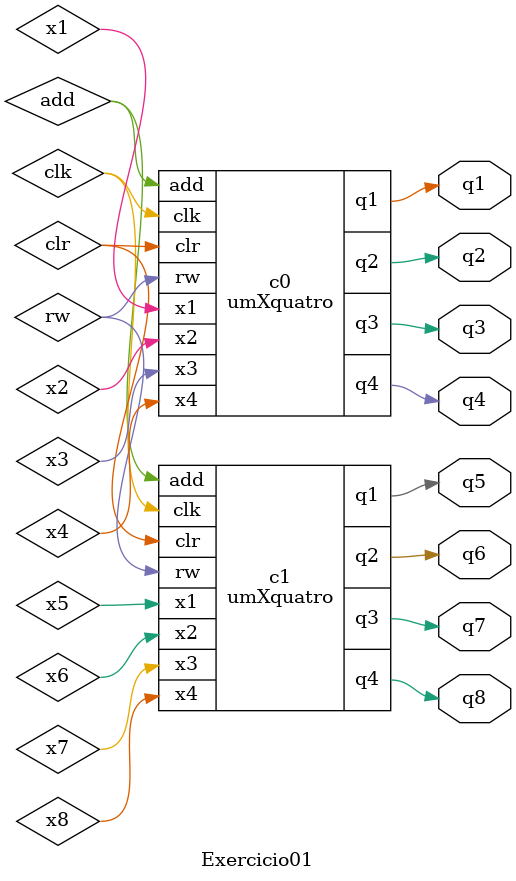
<source format=v>


module jkff ( output q, output qnot, input j, input k, input clk ); 
	reg q, qnot; 
	always @( posedge clk ) 
	begin 
		if ( j & ~k ) 
		begin 
			q <= 1; qnot <= 0; 
		end 
	
		else 
		if ( ~j & k ) 
			begin 
				q <= 0; qnot <= 1; 
			end 
		else 
		if ( j & k ) 
			begin 
				q <= ~q; qnot <= ~qnot; 
			end 
	end 
endmodule // jkff 

module umXum (output q, input add, input rw, input x, input clr, input clk);
	
	wire qnot, xnot;	
	not NOT01(xnot, x);
	 
	jkff c01 (q, qnot, x, xnot, clk);
	
endmodule

module umXdois(output q1, output q2, input add, input rw, input x1, input x2, input clr, input clk);
	umXum c02 (q1, add, rw, x1, clr, clk);
	umXum c01 (q2, add, rw, x2, clr, clk);
endmodule

module umXquatro(output q1, output q2, output q3, output q4, input add, input rw, input x1, input x2, input x3, input x4, input clr, input clk);
	umXdois c01 (q1, q2, add, rw, x1, x2, clr, clk);
	umXdois c02 (q3, q4, add, rw, x3, x4, clr, clk);
endmodule

module Exercicio01(output q1, output q2, output q3, output q4, output q5, output q6, output q7, output q8);
	reg x1, x2, x3, x4, x5, x6, x7, x8;
	reg clr;
	reg clk;
	reg rw;
	reg add;
	
	umXquatro c0 (q1, q2, q3, q4, add, rw, x1, x2, x3, x4, clr, clk);
	umXquatro c1 (q5, q6, q7, q8, add, rw, x5, x6, x7, x8, clr, clk);
		
	initial begin 
		$display ( "Guia 10 - Camila Guedes Silveira - 427393" );
		$display ( "Exercicio02" ); 

	end 
endmodule



</source>
